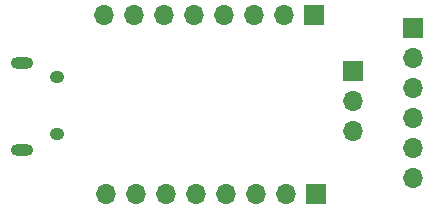
<source format=gbr>
%TF.GenerationSoftware,KiCad,Pcbnew,(6.0.6)*%
%TF.CreationDate,2022-08-14T20:34:25+01:00*%
%TF.ProjectId,FTDI MCU programmer,46544449-204d-4435-9520-70726f677261,REV1.0*%
%TF.SameCoordinates,Original*%
%TF.FileFunction,Soldermask,Bot*%
%TF.FilePolarity,Negative*%
%FSLAX46Y46*%
G04 Gerber Fmt 4.6, Leading zero omitted, Abs format (unit mm)*
G04 Created by KiCad (PCBNEW (6.0.6)) date 2022-08-14 20:34:25*
%MOMM*%
%LPD*%
G01*
G04 APERTURE LIST*
%ADD10O,1.250000X1.050000*%
%ADD11O,1.900000X1.000000*%
%ADD12R,1.700000X1.700000*%
%ADD13O,1.700000X1.700000*%
G04 APERTURE END LIST*
D10*
%TO.C,J3*%
X130094000Y-61366400D03*
X130094000Y-56540400D03*
D11*
X127094000Y-55321200D03*
X127094000Y-62687200D03*
%TD*%
D12*
%TO.C,J2*%
X160210000Y-52400000D03*
D13*
X160210000Y-54940000D03*
X160210000Y-57480000D03*
X160210000Y-60020000D03*
X160210000Y-62560000D03*
X160210000Y-65100000D03*
%TD*%
D12*
%TO.C,J1*%
X155194000Y-56057800D03*
D13*
X155194000Y-58597800D03*
X155194000Y-61137800D03*
%TD*%
D12*
%TO.C,J5*%
X152029400Y-66446400D03*
D13*
X149489400Y-66446400D03*
X146949400Y-66446400D03*
X144409400Y-66446400D03*
X141869400Y-66446400D03*
X139329400Y-66446400D03*
X136789400Y-66446400D03*
X134249400Y-66446400D03*
%TD*%
D12*
%TO.C,J6*%
X151866600Y-51308000D03*
D13*
X149326600Y-51308000D03*
X146786600Y-51308000D03*
X144246600Y-51308000D03*
X141706600Y-51308000D03*
X139166600Y-51308000D03*
X136626600Y-51308000D03*
X134086600Y-51308000D03*
%TD*%
M02*

</source>
